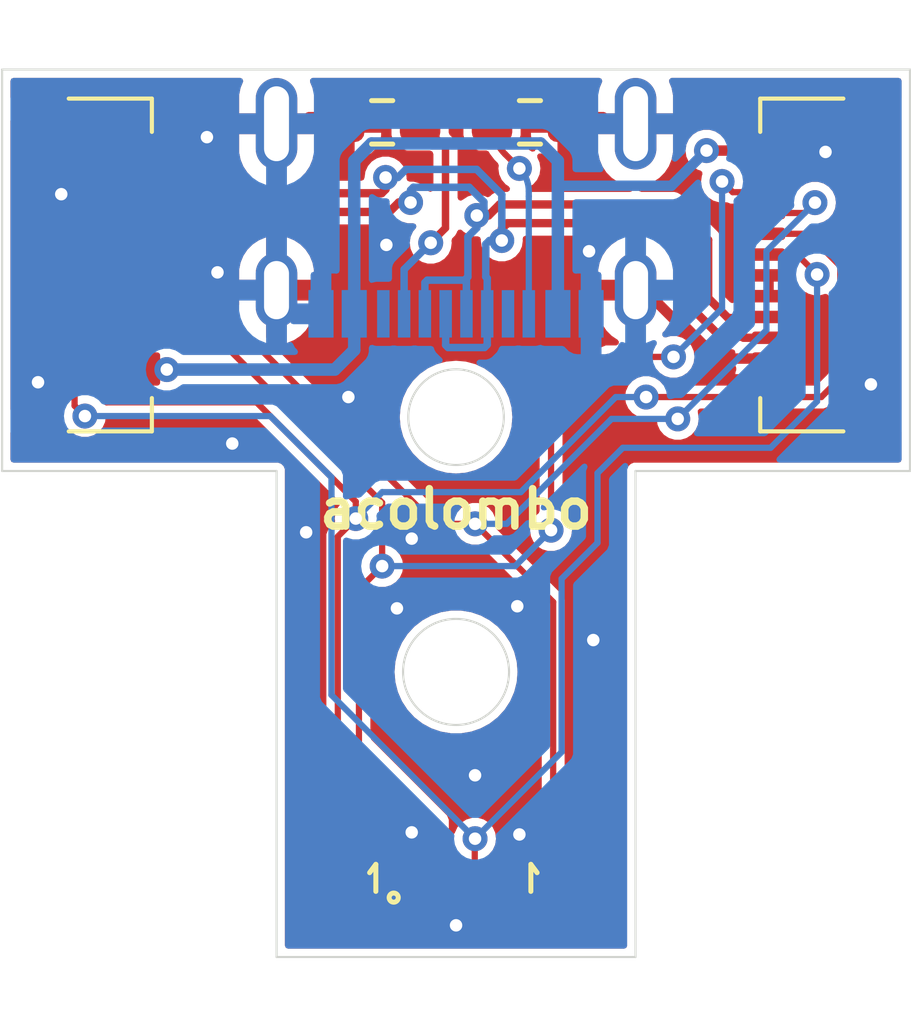
<source format=kicad_pcb>
(kicad_pcb (version 20240108) (generator "pcbnew") (generator_version "8.0")
  (layers (0 "F.Cu" signal) (31 "B.Cu" signal) (34 "B.Paste" user) (35 "F.Paste" user) (36 "B.SilkS" user "B.Silkscreen") (37 "F.SilkS" user "F.Silkscreen") (38 "B.Mask" user) (39 "F.Mask" user) (44 "Edge.Cuts" user))
  (net 0 "")
  (net 1 "GND")
  (net 2 "+5V")
  (net 3 "Net-(J4-CC2)")
  (net 4 "Net-(J4-CC1)")
  (net 5 "RED")
  (net 6 "ANODE")
  (net 7 "GREEN")
  (net 8 "BLUE")
  (net 9 "USBD+")
  (net 10 "USBD-")
  (footprint "Connector_Custom:FPC_Connector" (layer "F.Cu") (at 59.537 62.103 -90)
    (property "Reference" "J3" (hide yes))
    (property "Value" "Conn_01x12" (hide yes))
    (fp_line (start -4 1.8) (end -4 -0.2) (stroke (width 0.1)) (layer "F.SilkS"))
    (fp_line (start 4 1.8) (end 4 -0.2) (stroke (width 0.1)) (layer "F.SilkS"))
    (fp_line (start -4 -0.2) (end -3.2 -0.2) (stroke (width 0.1)) (layer "F.SilkS"))
    (fp_line (start 4 -0.2) (end 3.2 -0.2) (stroke (width 0.1)) (layer "F.SilkS"))
    (pad "" smd roundrect (at -3.75 2.5 270) (size 0.4 0.8) (layers "F.Cu" "F.Paste" "F.Mask"))
    (pad "" smd roundrect (at 3.75 2.5 270) (size 0.4 0.8) (layers "F.Cu" "F.Paste" "F.Mask"))
    (pad "1" smd roundrect (at -2.75 0 270) (size 0.3 0.8) (layers "F.Cu" "F.Paste" "F.Mask") (net 1 "GND"))
    (pad "2" smd roundrect (at -2.25 0 270) (size 0.3 0.8) (layers "F.Cu" "F.Paste" "F.Mask") (net 1 "GND"))
    (pad "3" smd roundrect (at -1.75 0 270) (size 0.3 0.8) (layers "F.Cu" "F.Paste" "F.Mask") (net 9 "USBD+"))
    (pad "4" smd roundrect (at -1.25 0 270) (size 0.3 0.8) (layers "F.Cu" "F.Paste" "F.Mask") (net 10 "USBD-"))
    (pad "5" smd roundrect (at -0.75 0 270) (size 0.3 0.8) (layers "F.Cu" "F.Paste" "F.Mask") (net 1 "GND"))
    (pad "6" smd roundrect (at -0.25 0 270) (size 0.3 0.8) (layers "F.Cu" "F.Paste" "F.Mask") (net 1 "GND"))
    (pad "7" smd roundrect (at 0.25 0 270) (size 0.3 0.8) (layers "F.Cu" "F.Paste" "F.Mask") (net 7 "GREEN"))
    (pad "8" smd roundrect (at 0.75 0 270) (size 0.3 0.8) (layers "F.Cu" "F.Paste" "F.Mask") (net 5 "RED"))
    (pad "9" smd roundrect (at 1.25 0 270) (size 0.3 0.8) (layers "F.Cu" "F.Paste" "F.Mask") (net 8 "BLUE"))
    (pad "10" smd roundrect (at 1.75 0 270) (size 0.3 0.8) (layers "F.Cu" "F.Paste" "F.Mask") (net 6 "ANODE"))
    (pad "11" smd roundrect (at 2.25 0 270) (size 0.3 0.8) (layers "F.Cu" "F.Paste" "F.Mask") (net 2 "+5V"))
    (pad "12" smd roundrect (at 2.75 0 270) (size 0.3 0.8) (layers "F.Cu" "F.Paste" "F.Mask") (net 2 "+5V"))
  )
  (footprint "Resistor_SMD:R_0603_1608Metric_Pad0.98x0.95mm_HandSolder" (layer "F.Cu") (at 65.278 58.674 180)
    (property "Reference" "R4" (hide yes))
    (property "Value" "5.1k")
    (fp_line (start -0.254724 0.5225) (end 0.254724 0.5225) (stroke (width 0.12)) (layer "F.SilkS"))
    (fp_line (start -0.254724 -0.5225) (end 0.254724 -0.5225) (stroke (width 0.12)) (layer "F.SilkS"))
    (pad "1" smd roundrect (at -0.9125 0 180) (size 0.975 0.95) (layers "F.Cu" "F.Paste" "F.Mask") (net 4 "Net-(J4-CC1)"))
    (pad "2" smd roundrect (at 0.9125 0 180) (size 0.975 0.95) (layers "F.Cu" "F.Paste" "F.Mask") (net 1 "GND"))
  )
  (footprint "Resistor_SMD:R_0603_1608Metric_Pad0.98x0.95mm_HandSolder" (layer "F.Cu") (at 68.834 58.674 180)
    (property "Reference" "R3" (hide yes))
    (property "Value" "5.1k")
    (fp_line (start -0.254724 0.5225) (end 0.254724 0.5225) (stroke (width 0.12)) (layer "F.SilkS"))
    (fp_line (start -0.254724 -0.5225) (end 0.254724 -0.5225) (stroke (width 0.12)) (layer "F.SilkS"))
    (pad "1" smd roundrect (at -0.9125 0 180) (size 0.975 0.95) (layers "F.Cu" "F.Paste" "F.Mask") (net 1 "GND"))
    (pad "2" smd roundrect (at 0.9125 0 180) (size 0.975 0.95) (layers "F.Cu" "F.Paste" "F.Mask") (net 3 "Net-(J4-CC2)"))
  )
  (footprint "LED_Custom:FM-3510RGBA-SG" (layer "F.Cu") (at 67.056 76.962)
    (property "Reference" "D1" (hide yes))
    (property "Value" "LED_RAGB")
    (fp_line (start -1.93 -0.45) (end -2.08 -0.25) (stroke (width 0.12)) (layer "F.SilkS"))
    (fp_line (start -1.93 0.2) (end -1.93 -0.45) (stroke (width 0.12)) (layer "F.SilkS"))
    (fp_line (start 1.8 -0.45) (end 1.95 -0.25) (stroke (width 0.12)) (layer "F.SilkS"))
    (fp_line (start 1.8 0.2) (end 1.8 -0.45) (stroke (width 0.12)) (layer "F.SilkS"))
    (fp_circle (center -1.5 0.35) (end -1.45 0.35) (stroke (width 0.12)) (fill none) (layer "F.SilkS"))
    (pad "1" smd rect (at -1.52 -0.085) (size 0.6 0.5) (layers "F.Cu" "F.Paste" "F.Mask") (net 5 "RED"))
    (pad "2" smd rect (at -0.45 0.04) (size 0.44 0.75) (layers "F.Cu" "F.Paste" "F.Mask") (net 6 "ANODE"))
    (pad "3" smd rect (at 0.45 0.04) (size 0.44 0.75) (layers "F.Cu" "F.Paste" "F.Mask") (net 7 "GREEN"))
    (pad "4" smd rect (at 1.4 -0.085) (size 0.6 0.5) (layers "F.Cu" "F.Paste" "F.Mask") (net 8 "BLUE"))
  )
  (footprint "Connector_Custom:FPC_Connector" (layer "F.Cu") (at 74.575 62.103 90)
    (property "Reference" "J2" (hide yes))
    (property "Value" "Conn_01x12" (hide yes))
    (fp_line (start 4 -0.2) (end 3.2 -0.2) (stroke (width 0.1)) (layer "F.SilkS"))
    (fp_line (start -4 -0.2) (end -3.2 -0.2) (stroke (width 0.1)) (layer "F.SilkS"))
    (fp_line (start 4 1.8) (end 4 -0.2) (stroke (width 0.1)) (layer "F.SilkS"))
    (fp_line (start -4 1.8) (end -4 -0.2) (stroke (width 0.1)) (layer "F.SilkS"))
    (pad "" smd roundrect (at -3.75 2.5 90) (size 0.4 0.8) (layers "F.Cu" "F.Paste" "F.Mask"))
    (pad "" smd roundrect (at 3.75 2.5 90) (size 0.4 0.8) (layers "F.Cu" "F.Paste" "F.Mask"))
    (pad "1" smd roundrect (at -2.75 0 90) (size 0.3 0.8) (layers "F.Cu" "F.Paste" "F.Mask") (net 1 "GND"))
    (pad "2" smd roundrect (at -2.25 0 90) (size 0.3 0.8) (layers "F.Cu" "F.Paste" "F.Mask") (net 1 "GND"))
    (pad "3" smd roundrect (at -1.75 0 90) (size 0.3 0.8) (layers "F.Cu" "F.Paste" "F.Mask") (net 9 "USBD+"))
    (pad "4" smd roundrect (at -1.25 0 90) (size 0.3 0.8) (layers "F.Cu" "F.Paste" "F.Mask") (net 10 "USBD-"))
    (pad "5" smd roundrect (at -0.75 0 90) (size 0.3 0.8) (layers "F.Cu" "F.Paste" "F.Mask") (net 1 "GND"))
    (pad "6" smd roundrect (at -0.25 0 90) (size 0.3 0.8) (layers "F.Cu" "F.Paste" "F.Mask") (net 1 "GND"))
    (pad "7" smd roundrect (at 0.25 0 90) (size 0.3 0.8) (layers "F.Cu" "F.Paste" "F.Mask") (net 7 "GREEN"))
    (pad "8" smd roundrect (at 0.75 0 90) (size 0.3 0.8) (layers "F.Cu" "F.Paste" "F.Mask") (net 5 "RED"))
    (pad "9" smd roundrect (at 1.25 0 90) (size 0.3 0.8) (layers "F.Cu" "F.Paste" "F.Mask") (net 8 "BLUE"))
    (pad "10" smd roundrect (at 1.75 0 90) (size 0.3 0.8) (layers "F.Cu" "F.Paste" "F.Mask") (net 6 "ANODE"))
    (pad "11" smd roundrect (at 2.25 0 90) (size 0.3 0.8) (layers "F.Cu" "F.Paste" "F.Mask") (net 2 "+5V"))
    (pad "12" smd roundrect (at 2.75 0 90) (size 0.3 0.8) (layers "F.Cu" "F.Paste" "F.Mask") (net 2 "+5V"))
  )
  (footprint "Connector_Custom:USB_C" (layer "B.Cu") (at 67.056 59.2328)
    (property "Reference" "J4" (hide yes))
    (property "Value" "USB_C_Receptacle_USB2.0_16P" (hide yes))
    (pad "A1" smd rect (at -3.25 4.045) (size 0.6 1.14) (layers "B.Cu" "B.Paste" "B.Mask") (net 1 "GND"))
    (pad "A4" smd rect (at -2.45 4.045) (size 0.6 1.14) (layers "B.Cu" "B.Paste" "B.Mask") (net 2 "+5V"))
    (pad "A5" smd rect (at -1.25 4.045) (size 0.3 1.14) (layers "B.Cu" "B.Paste" "B.Mask") (net 4 "Net-(J4-CC1)"))
    (pad "A6" smd rect (at -0.25 4.045) (size 0.3 1.14) (layers "B.Cu" "B.Paste" "B.Mask") (net 9 "USBD+"))
    (pad "A7" smd rect (at 0.25 4.045) (size 0.3 1.14) (layers "B.Cu" "B.Paste" "B.Mask") (net 10 "USBD-"))
    (pad "A8" smd rect (at 1.25 4.045) (size 0.3 1.14) (layers "B.Cu" "B.Paste" "B.Mask"))
    (pad "A9" smd rect (at 2.45 4.045) (size 0.6 1.14) (layers "B.Cu" "B.Paste" "B.Mask") (net 2 "+5V"))
    (pad "A12" smd rect (at 3.25 4.045) (size 0.6 1.14) (layers "B.Cu" "B.Paste" "B.Mask") (net 1 "GND"))
    (pad "B1" smd rect (at 3.25 4.045) (size 0.6 1.14) (layers "B.Cu" "B.Paste" "B.Mask") (net 1 "GND"))
    (pad "B4" smd rect (at 2.45 4.045) (size 0.6 1.14) (layers "B.Cu" "B.Paste" "B.Mask") (net 2 "+5V"))
    (pad "B5" smd rect (at 1.75 4.045) (size 0.3 1.14) (layers "B.Cu" "B.Paste" "B.Mask") (net 3 "Net-(J4-CC2)"))
    (pad "B6" smd rect (at 0.75 4.045) (size 0.3 1.14) (layers "B.Cu" "B.Paste" "B.Mask") (net 9 "USBD+"))
    (pad "B7" smd rect (at -0.75 4.045) (size 0.3 1.14) (layers "B.Cu" "B.Paste" "B.Mask") (net 10 "USBD-"))
    (pad "B8" smd rect (at -1.75 4.045) (size 0.3 1.14) (layers "B.Cu" "B.Paste" "B.Mask"))
    (pad "B9" smd rect (at -2.45 4.045) (size 0.6 1.14) (layers "B.Cu" "B.Paste" "B.Mask") (net 2 "+5V"))
    (pad "B12" smd rect (at -3.25 4.045) (size 0.6 1.14) (layers "B.Cu" "B.Paste" "B.Mask") (net 1 "GND"))
    (pad "S1" thru_hole oval (at -4.32 -0.525) (size 1 2.2) (drill oval 0.6 1.8) (layers "*.Cu" "*.Mask") (net 1 "GND"))
    (pad "S1" thru_hole oval (at -4.32 3.475) (size 1 1.8) (drill oval 0.6 1.4) (layers "*.Cu" "*.Mask") (net 1 "GND"))
    (pad "S1" thru_hole oval (at 4.32 -0.525) (size 1 2.2) (drill oval 0.6 1.8) (layers "*.Cu" "*.Mask") (net 1 "GND"))
    (pad "S1" thru_hole oval (at 4.32 3.475) (size 1 1.8) (drill oval 0.6 1.4) (layers "*.Cu" "*.Mask") (net 1 "GND"))
  )
  (gr_line (start 62.738 67.056) (end 62.738 78.74) (stroke (width 0.05)) (layer "Edge.Cuts"))
  (gr_circle (center 67.056 71.886226) (end 68.331 71.886226) (stroke (width 0.05)) (fill none) (layer "Edge.Cuts"))
  (gr_line (start 77.978 67.056) (end 77.978 57.404) (stroke (width 0.05)) (layer "Edge.Cuts"))
  (gr_line (start 62.738 67.056) (end 56.134 67.056) (stroke (width 0.05)) (layer "Edge.Cuts"))
  (gr_line (start 56.134 67.056) (end 56.134 57.404) (stroke (width 0.05)) (layer "Edge.Cuts"))
  (gr_line (start 77.978 67.056) (end 71.374 67.056) (stroke (width 0.05)) (layer "Edge.Cuts"))
  (gr_line (start 77.978 57.404) (end 56.134 57.404) (stroke (width 0.05)) (layer "Edge.Cuts"))
  (gr_line (start 62.738 78.74) (end 71.374 78.74) (stroke (width 0.05)) (layer "Edge.Cuts"))
  (gr_circle (center 67.056 65.761226) (end 68.206 65.761226) (stroke (width 0.05)) (fill none) (layer "Edge.Cuts"))
  (gr_line (start 71.374 78.74) (end 71.374 67.056) (stroke (width 0.05)) (layer "Edge.Cuts"))
  (gr_text "acolombo" (at 67.056 68.5 0) (layer "F.SilkS") (effects (font (size 0.9 0.9) (bold yes)) (justify bottom)))
  (segment (start 75.1518 64.853) (end 75.2454 64.7594) (width 0.25) (layer "F.Cu") (net 1))
  (segment (start 74.575 62.353) (end 74.175001 62.353) (width 0.25) (layer "F.Cu") (net 1))
  (segment (start 59.537 61.353) (end 60.845 61.353) (width 0.25) (layer "F.Cu") (net 1))
  (segment (start 74.575 64.853) (end 75.1518 64.853) (width 0.25) (layer "F.Cu") (net 1))
  (segment (start 73.9274 62.853) (end 73.5584 62.484) (width 0.25) (layer "F.Cu") (net 1))
  (segment (start 74.575 62.353) (end 74.1386 62.353) (width 0.25) (layer "F.Cu") (net 1))
  (segment (start 59.537 59.353) (end 60.7382 59.353) (width 0.25) (layer "F.Cu") (net 1))
  (segment (start 75.25 64.3484) (end 75.25 63.128001) (width 0.25) (layer "F.Cu") (net 1))
  (segment (start 60.7382 59.353) (end 61.0616 59.0296) (width 0.25) (layer "F.Cu") (net 1))
  (segment (start 59.537 61.353) (end 59.537 61.853) (width 0.25) (layer "F.Cu") (net 1))
  (segment (start 59.537 59.353) (end 59.537 59.853) (width 0.25) (layer "F.Cu") (net 1))
  (segment (start 74.974999 62.853) (end 74.575 62.853) (width 0.25) (layer "F.Cu") (net 1))
  (segment (start 59.537 61.853) (end 58.289 61.853) (width 0.25) (layer "F.Cu") (net 1))
  (segment (start 59.537 61.353) (end 58.674 61.353) (width 0.25) (layer "F.Cu") (net 1))
  (segment (start 59.537 59.853) (end 58.1766 59.853) (width 0.25) (layer "F.Cu") (net 1))
  (segment (start 59.537 61.853) (end 60.7354 61.853) (width 0.25) (layer "F.Cu") (net 1))
  (segment (start 74.575 64.853) (end 73.5076 64.853) (width 0.25) (layer "F.Cu") (net 1))
  (segment (start 74.575 62.853) (end 73.9274 62.853) (width 0.25) (layer "F.Cu") (net 1))
  (segment (start 59.537 59.353) (end 58.2862 59.353) (width 0.25) (layer "F.Cu") (net 1))
  (segment (start 74.575 62.353) (end 74.575 62.853) (width 0.25) (layer "F.Cu") (net 1))
  (segment (start 75.2454 64.7594) (end 75.2454 64.353) (width 0.25) (layer "F.Cu") (net 1))
  (segment (start 73.6092 61.787199) (end 73.6092 61.7728) (width 0.25) (layer "F.Cu") (net 1))
  (segment (start 74.575 64.353) (end 73.2642 64.353) (width 0.25) (layer "F.Cu") (net 1))
  (segment (start 75.25 63.128001) (end 74.974999 62.853) (width 0.25) (layer "F.Cu") (net 1))
  (segment (start 74.575 64.353) (end 75.2454 64.353) (width 0.25) (layer "F.Cu") (net 1))
  (segment (start 59.537 59.853) (end 60.797 59.853) (width 0.25) (layer "F.Cu") (net 1))
  (segment (start 71.5978 62.7078) (end 72.5424 63.6524) (width 0.25) (layer "F.Cu") (net 1))
  (segment (start 74.175001 62.353) (end 73.6092 61.787199) (width 0.25) (layer "F.Cu") (net 1))
  (segment (start 75.2454 64.353) (end 75.25 64.3484) (width 0.25) (layer "F.Cu") (net 1))
  (segment (start 71.376 62.7078) (end 71.5978 62.7078) (width 0.25) (layer "F.Cu") (net 1))
  (via (at 61.0616 59.0296) (size 0.6) (drill 0.3) (layers "F.Cu" "B.Cu") (net 1))
  (via (at 67.5132 74.3712) (size 0.6) (drill 0.3) (layers "F.Cu" "B.Cu") (net 1))
  (via (at 65.9892 68.6816) (size 0.6) (drill 0.3) (layers "F.Cu" "B.Cu") (net 1))
  (via (at 68.5292 70.3072) (size 0.6) (drill 0.3) (layers "F.Cu" "B.Cu") (net 1))
  (via (at 61.3156 62.2808) (size 0.6) (drill 0.3) (layers "F.Cu" "B.Cu") (net 1))
  (via (at 56.9976 64.9224) (size 0.6) (drill 0.3) (layers "F.Cu" "B.Cu") (net 1))
  (via (at 67.056 77.978) (size 0.6) (drill 0.3) (layers "F.Cu" "B.Cu") (net 1))
  (via (at 77.0382 64.9732) (size 0.6) (drill 0.3) (layers "F.Cu" "B.Cu") (net 1))
  (via (at 65.3796 61.6204) (size 0.6) (drill 0.3) (layers "F.Cu" "B.Cu") (net 1))
  (via (at 65.9892 75.7428) (size 0.6) (drill 0.3) (layers "F.Cu" "B.Cu") (net 1))
  (via (at 63.4492 68.5292) (size 0.6) (drill 0.3) (layers "F.Cu" "B.Cu") (net 1))
  (via (at 64.4652 65.278) (size 0.6) (drill 0.3) (layers "F.Cu" "B.Cu") (net 1))
  (via (at 57.5564 60.4012) (size 0.6) (drill 0.3) (layers "F.Cu" "B.Cu") (net 1))
  (via (at 70.358 71.12) (size 0.6) (drill 0.3) (layers "F.Cu" "B.Cu") (net 1))
  (via (at 75.946 59.3852) (size 0.6) (drill 0.3) (layers "F.Cu" "B.Cu") (net 1))
  (via (at 65.6336 70.358) (size 0.6) (drill 0.3) (layers "F.Cu" "B.Cu") (net 1))
  (via (at 68.58 75.7936) (size 0.6) (drill 0.3) (layers "F.Cu" "B.Cu") (net 1))
  (via (at 70.2564 61.7728) (size 0.6) (drill 0.3) (layers "F.Cu" "B.Cu") (net 1))
  (via (at 61.6712 66.3956) (size 0.6) (drill 0.3) (layers "F.Cu" "B.Cu") (net 1))
  (segment (start 74.575 59.853) (end 74.575 59.353) (width 0.25) (layer "F.Cu") (net 2))
  (segment (start 60.0964 64.6176) (end 59.8016 64.6176) (width 0.3) (layer "F.Cu") (net 2))
  (segment (start 59.8016 64.6176) (end 59.537 64.353) (width 0.3) (layer "F.Cu") (net 2))
  (segment (start 73.0826 59.353) (end 74.575 59.353) (width 0.25) (layer "F.Cu") (net 2))
  (segment (start 59.7724 64.6176) (end 59.537 64.853) (width 0.3) (layer "F.Cu") (net 2))
  (segment (start 60.0964 64.6176) (end 59.7724 64.6176) (width 0.3) (layer "F.Cu") (net 2))
  (via (at 73.0826 59.353) (size 0.6) (drill 0.3) (layers "F.Cu" "B.Cu") (net 2))
  (via (at 60.0964 64.6176) (size 0.6) (drill 0.3) (layers "F.Cu" "B.Cu") (net 2))
  (segment (start 60.0964 64.6176) (end 64.1362 64.6176) (width 0.3) (layer "B.Cu") (net 2))
  (segment (start 69.506 60.198) (end 69.506 59.6) (width 0.3) (layer "B.Cu") (net 2))
  (segment (start 64.606 59.6) (end 64.606 63.2778) (width 0.3) (layer "B.Cu") (net 2))
  (segment (start 64.1362 64.6176) (end 64.606 64.1478) (width 0.3) (layer "B.Cu") (net 2))
  (segment (start 69.506 59.6) (end 69.088 59.182) (width 0.3) (layer "B.Cu") (net 2))
  (segment (start 73.0826 59.353) (end 72.2376 60.198) (width 0.25) (layer "B.Cu") (net 2))
  (segment (start 72.2376 60.198) (end 69.506 60.198) (width 0.25) (layer "B.Cu") (net 2))
  (segment (start 69.506 63.2778) (end 69.506 60.198) (width 0.3) (layer "B.Cu") (net 2))
  (segment (start 64.606 64.1478) (end 64.606 63.2778) (width 0.3) (layer "B.Cu") (net 2))
  (segment (start 69.088 59.182) (end 65.024 59.182) (width 0.3) (layer "B.Cu") (net 2))
  (segment (start 65.024 59.182) (end 64.606 59.6) (width 0.3) (layer "B.Cu") (net 2))
  (segment (start 68.58 59.782) (end 68.239345 59.441345) (width 0.15) (layer "F.Cu") (net 3))
  (via (at 68.58 59.782) (size 0.6) (drill 0.3) (layers "F.Cu" "B.Cu") (net 3))
  (arc (start 68.239345 59.441345) (mid 68.004105 59.089284) (end 67.9215 58.674) (width 0.15) (layer "F.Cu") (net 3))
  (segment (start 68.806 60.452) (end 68.806 60.327612) (width 0.15) (layer "B.Cu") (net 3))
  (segment (start 68.806 63.2778) (end 68.806 60.452) (width 0.15) (layer "B.Cu") (net 3))
  (arc (start 68.806 60.327612) (mid 68.747265 60.032329) (end 68.58 59.782) (width 0.15) (layer "B.Cu") (net 3))
  (segment (start 66.802 61.214) (end 66.802 59.2855) (width 0.18) (layer "F.Cu") (net 4))
  (segment (start 66.802 59.2855) (end 66.1905 58.674) (width 0.18) (layer "F.Cu") (net 4))
  (segment (start 66.4464 61.5696) (end 66.802 61.214) (width 0.18) (layer "F.Cu") (net 4))
  (via (at 66.4464 61.5696) (size 0.6) (drill 0.3) (layers "F.Cu" "B.Cu") (net 4))
  (segment (start 66.4464 61.5696) (end 65.806 62.21) (width 0.18) (layer "B.Cu") (net 4))
  (segment (start 65.806 62.21) (end 65.806 63.2778) (width 0.18) (layer "B.Cu") (net 4))
  (segment (start 76.3016 64.8208) (end 76.3016 62.1284) (width 0.15) (layer "F.Cu") (net 5))
  (segment (start 58.6486 65.405) (end 58.3184 65.0748) (width 0.15) (layer "F.Cu") (net 5))
  (segment (start 58.3184 65.0748) (end 58.3184 63.1952) (width 0.15) (layer "F.Cu") (net 5))
  (segment (start 64.2112 68.6308) (end 64.2112 74.8284) (width 0.15) (layer "F.Cu") (net 5))
  (segment (start 76.3016 62.1284) (end 75.5262 61.353) (width 0.15) (layer "F.Cu") (net 5))
  (segment (start 65.536 76.1532) (end 65.536 76.877) (width 0.15) (layer "F.Cu") (net 5))
  (segment (start 75.5262 61.353) (end 74.575 61.353) (width 0.15) (layer "F.Cu") (net 5))
  (segment (start 58.3184 63.1952) (end 58.6606 62.853) (width 0.15) (layer "F.Cu") (net 5))
  (segment (start 64.2112 74.8284) (end 65.536 76.1532) (width 0.15) (layer "F.Cu") (net 5))
  (segment (start 64.643 67.7926) (end 62.2554 65.405) (width 0.15) (layer "F.Cu") (net 5))
  (segment (start 62.2554 65.405) (end 58.6486 65.405) (width 0.15) (layer "F.Cu") (net 5))
  (segment (start 58.6606 62.853) (end 59.537 62.853) (width 0.15) (layer "F.Cu") (net 5))
  (segment (start 71.628 65.278) (end 75.8444 65.278) (width 0.15) (layer "F.Cu") (net 5))
  (segment (start 64.643 68.199) (end 64.643 67.7926) (width 0.15) (layer "F.Cu") (net 5))
  (segment (start 75.8444 65.278) (end 76.3016 64.8208) (width 0.15) (layer "F.Cu") (net 5))
  (segment (start 64.643 68.199) (end 64.2112 68.6308) (width 0.15) (layer "F.Cu") (net 5))
  (via (at 64.643 68.199) (size 0.6) (drill 0.3) (layers "F.Cu" "B.Cu") (net 5))
  (via (at 71.628 65.278) (size 0.6) (drill 0.3) (layers "F.Cu" "B.Cu") (net 5))
  (segment (start 70.898936 65.278) (end 71.628 65.278) (width 0.15) (layer "B.Cu") (net 5))
  (segment (start 64.643 68.199) (end 65.278 67.564) (width 0.15) (layer "B.Cu") (net 5))
  (segment (start 65.278 67.564) (end 68.612936 67.564) (width 0.15) (layer "B.Cu") (net 5))
  (segment (start 68.612936 67.564) (end 70.898936 65.278) (width 0.15) (layer "B.Cu") (net 5))
  (segment (start 65.278 69.342) (end 64.7192 69.9008) (width 0.15) (layer "F.Cu") (net 6))
  (segment (start 65.278 67.818) (end 65.278 69.342) (width 0.15) (layer "F.Cu") (net 6))
  (segment (start 61.313 63.853) (end 65.278 67.818) (width 0.15) (layer "F.Cu") (net 6))
  (segment (start 64.7192 69.9008) (end 64.7192 73.6092) (width 0.15) (layer "F.Cu") (net 6))
  (segment (start 66.606 75.496) (end 66.606 77.002) (width 0.15) (layer "F.Cu") (net 6))
  (segment (start 70.7136 64.3128) (end 69.6468 65.3796) (width 0.15) (layer "F.Cu") (net 6))
  (segment (start 73.7134 60.353) (end 73.4568 60.0964) (width 0.15) (layer "F.Cu") (net 6))
  (segment (start 64.7192 73.6092) (end 66.606 75.496) (width 0.15) (layer "F.Cu") (net 6))
  (segment (start 69.342 65.6844) (end 69.342 68.4784) (width 0.15) (layer "F.Cu") (net 6))
  (segment (start 74.575 60.353) (end 73.7134 60.353) (width 0.15) (layer "F.Cu") (net 6))
  (segment (start 59.537 63.853) (end 61.313 63.853) (width 0.15) (layer "F.Cu") (net 6))
  (segment (start 72.2884 64.3128) (end 70.7136 64.3128) (width 0.15) (layer "F.Cu") (net 6))
  (segment (start 69.6468 65.3796) (end 69.342 65.6844) (width 0.15) (layer "F.Cu") (net 6))
  (via (at 65.278 69.342) (size 0.6) (drill 0.3) (layers "F.Cu" "B.Cu") (net 6))
  (via (at 73.4568 60.0964) (size 0.6) (drill 0.3) (layers "F.Cu" "B.Cu") (net 6))
  (via (at 72.2884 64.3128) (size 0.6) (drill 0.3) (layers "F.Cu" "B.Cu") (net 6))
  (via (at 69.342 68.4784) (size 0.6) (drill 0.3) (layers "F.Cu" "B.Cu") (net 6))
  (segment (start 73.4568 60.0964) (end 73.4568 63.1444) (width 0.15) (layer "B.Cu") (net 6))
  (segment (start 73.4568 63.1444) (end 72.2884 64.3128) (width 0.15) (layer "B.Cu") (net 6))
  (segment (start 68.4784 69.342) (end 69.342 68.4784) (width 0.15) (layer "B.Cu") (net 6))
  (segment (start 65.278 69.342) (end 68.4784 69.342) (width 0.15) (layer "B.Cu") (net 6))
  (segment (start 58.3478 62.353) (end 59.537 62.353) (width 0.15) (layer "F.Cu") (net 7))
  (segment (start 57.877254 65.486553) (end 57.877254 62.823546) (width 0.15) (layer "F.Cu") (net 7))
  (segment (start 67.506 75.9024) (end 67.5132 75.8952) (width 0.15) (layer "F.Cu") (net 7))
  (segment (start 57.877254 62.823546) (end 58.3478 62.353) (width 0.15) (layer "F.Cu") (net 7))
  (segment (start 67.506 77.08) (end 67.506 77.002) (width 0.15) (layer "F.Cu") (net 7))
  (segment (start 75.2642 61.853) (end 75.7428 62.3316) (width 0.15) (layer "F.Cu") (net 7))
  (segment (start 67.506 77.002) (end 67.506 75.9024) (width 0.15) (layer "F.Cu") (net 7))
  (segment (start 58.125901 65.7352) (end 57.877254 65.486553) (width 0.15) (layer "F.Cu") (net 7))
  (segment (start 74.575 61.853) (end 75.2642 61.853) (width 0.15) (layer "F.Cu") (net 7))
  (via (at 58.125901 65.7352) (size 0.6) (drill 0.3) (layers "F.Cu" "B.Cu") (net 7))
  (via (at 67.5132 75.8952) (size 0.6) (drill 0.3) (layers "F.Cu" "B.Cu") (net 7))
  (via (at 75.7428 62.3316) (size 0.6) (drill 0.3) (layers "F.Cu" "B.Cu") (net 7))
  (segment (start 75.7428 65.3796) (end 74.6252 66.4972) (width 0.15) (layer "B.Cu") (net 7))
  (segment (start 74.6252 66.4972) (end 71.0692 66.4972) (width 0.15) (layer "B.Cu") (net 7))
  (segment (start 58.125901 65.7352) (end 62.5856 65.7352) (width 0.15) (layer "B.Cu") (net 7))
  (segment (start 69.596 69.6468) (end 69.596 73.8124) (width 0.15) (layer "B.Cu") (net 7))
  (segment (start 70.4596 68.7832) (end 69.596 69.6468) (width 0.15) (layer "B.Cu") (net 7))
  (segment (start 69.596 73.8124) (end 67.5132 75.8952) (width 0.15) (layer "B.Cu") (net 7))
  (segment (start 75.7428 62.3316) (end 75.7428 65.3796) (width 0.15) (layer "B.Cu") (net 7))
  (segment (start 64.0588 67.2084) (end 64.0588 72.4408) (width 0.15) (layer "B.Cu") (net 7))
  (segment (start 71.0692 66.4972) (end 70.4596 67.1068) (width 0.15) (layer "B.Cu") (net 7))
  (segment (start 70.4596 67.1068) (end 70.4596 68.7832) (width 0.15) (layer "B.Cu") (net 7))
  (segment (start 62.5856 65.7352) (end 64.0588 67.2084) (width 0.15) (layer "B.Cu") (net 7))
  (segment (start 64.0588 72.4408) (end 67.5132 75.8952) (width 0.15) (layer "B.Cu") (net 7))
  (segment (start 75.692 60.6044) (end 75.4434 60.853) (width 0.15) (layer "F.Cu") (net 8))
  (segment (start 69.3928 70.2056) (end 69.3928 75.9402) (width 0.15) (layer "F.Cu") (net 8))
  (segment (start 61.575 63.353) (end 59.537 63.353) (width 0.15) (layer "F.Cu") (net 8))
  (segment (start 67.5132 68.326) (end 66.548 68.326) (width 0.15) (layer "F.Cu") (net 8))
  (segment (start 66.548 68.326) (end 61.575 63.353) (width 0.15) (layer "F.Cu") (net 8))
  (segment (start 69.3928 75.9402) (end 68.456 76.877) (width 0.15) (layer "F.Cu") (net 8))
  (segment (start 67.5132 68.326) (end 69.3928 70.2056) (width 0.15) (layer "F.Cu") (net 8))
  (segment (start 75.4434 60.853) (end 74.575 60.853) (width 0.15) (layer "F.Cu") (net 8))
  (via (at 75.692 60.6044) (size 0.6) (drill 0.3) (layers "F.Cu" "B.Cu") (net 8))
  (via (at 72.39 65.803) (size 0.6) (drill 0.3) (layers "F.Cu" "B.Cu") (net 8))
  (via (at 67.5132 68.326) (size 0.6) (drill 0.3) (layers "F.Cu" "B.Cu") (net 8))
  (segment (start 72.39 65.803) (end 72.367009 65.803) (width 0.15) (layer "B.Cu") (net 8))
  (segment (start 67.5132 68.326) (end 68.2752 68.326) (width 0.15) (layer "B.Cu") (net 8))
  (segment (start 74.5236 62.1284) (end 74.5236 61.7728) (width 0.15) (layer "B.Cu") (net 8))
  (segment (start 70.7982 65.803) (end 72.39 65.803) (width 0.15) (layer "B.Cu") (net 8))
  (segment (start 68.2752 68.326) (end 70.7982 65.803) (width 0.15) (layer "B.Cu") (net 8))
  (segment (start 74.5236 61.7728) (end 75.692 60.6044) (width 0.15) (layer "B.Cu") (net 8))
  (segment (start 72.39 65.803) (end 74.5236 63.6694) (width 0.15) (layer "B.Cu") (net 8))
  (segment (start 74.5236 63.6694) (end 74.5236 62.1284) (width 0.15) (layer "B.Cu") (net 8))
  (segment (start 73.974999 63.853) (end 74.575 63.853) (width 0.2) (layer "F.Cu") (net 9))
  (segment (start 68.290192 61.098007) (end 72.082807 61.098007) (width 0.2) (layer "F.Cu") (net 9))
  (segment (start 72.673 63.0852) (end 73.4158 63.828) (width 0.2) (layer "F.Cu") (net 9))
  (segment (start 72.082807 61.098007) (end 72.673 61.6882) (width 0.2) (layer "F.Cu") (net 9))
  (segment (start 73.949999 63.828) (end 73.974999 63.853) (width 0.2) (layer "F.Cu") (net 9))
  (segment (start 60.162001 60.378) (end 65.264257 60.378) (width 0.2) (layer "F.Cu") (net 9))
  (segment (start 65.360335 60.281922) (end 65.360335 59.999079) (width 0.2) (layer "F.Cu") (net 9))
  (segment (start 72.673 61.6882) (end 72.673 63.0852) (width 0.2) (layer "F.Cu") (net 9))
  (segment (start 73.4158 63.828) (end 73.949999 63.828) (width 0.2) (layer "F.Cu") (net 9))
  (segment (start 59.537 60.353) (end 60.137001 60.353) (width 0.2) (layer "F.Cu") (net 9))
  (segment (start 68.156521 61.231678) (end 68.290192 61.098007) (width 0.2) (layer "F.Cu") (net 9))
  (segment (start 68.156521 61.514521) (end 68.156521 61.231678) (width 0.2) (layer "F.Cu") (net 9))
  (segment (start 60.137001 60.353) (end 60.162001 60.378) (width 0.2) (layer "F.Cu") (net 9))
  (segment (start 65.264257 60.378) (end 65.360335 60.281922) (width 0.2) (layer "F.Cu") (net 9))
  (via (at 68.156521 61.514521) (size 0.6) (drill 0.3) (layers "F.Cu" "B.Cu") (net 9))
  (via (at 65.360335 59.999079) (size 0.6) (drill 0.3) (layers "F.Cu" "B.Cu") (net 9))
  (segment (start 66.866 64.0878) (end 67.7382 64.0878) (width 0.18) (layer "B.Cu") (net 9))
  (segment (start 68.156521 61.514521) (end 68.156521 60.410265) (width 0.18) (layer "B.Cu") (net 9))
  (segment (start 67.806 62.422799) (end 67.771 62.387799) (width 0.18) (layer "B.Cu") (net 9))
  (segment (start 67.806 63.2778) (end 67.806 62.422799) (width 0.18) (layer "B.Cu") (net 9))
  (segment (start 66.806 64.0278) (end 66.866 64.0878) (width 0.18) (layer "B.Cu") (net 9))
  (segment (start 68.156521 60.410265) (end 67.551456 59.8052) (width 0.18) (layer "B.Cu") (net 9))
  (segment (start 67.859535 61.514521) (end 68.156521 61.514521) (width 0.18) (layer "B.Cu") (net 9))
  (segment (start 65.657321 59.999079) (end 65.360335 59.999079) (width 0.18) (layer "B.Cu") (net 9))
  (segment (start 66.806 63.2778) (end 66.806 64.0278) (width 0.18) (layer "B.Cu") (net 9))
  (segment (start 67.551456 59.8052) (end 65.8512 59.8052) (width 0.18) (layer "B.Cu") (net 9))
  (segment (start 65.8512 59.8052) (end 65.657321 59.999079) (width 0.18) (layer "B.Cu") (net 9))
  (segment (start 67.771 61.603056) (end 67.859535 61.514521) (width 0.18) (layer "B.Cu") (net 9))
  (segment (start 67.806 64.02) (end 67.806 63.2778) (width 0.18) (layer "B.Cu") (net 9))
  (segment (start 67.771 62.387799) (end 67.771 61.603056) (width 0.18) (layer "B.Cu") (net 9))
  (segment (start 67.7382 64.0878) (end 67.806 64.02) (width 0.18) (layer "B.Cu") (net 9))
  (segment (start 65.450655 60.828) (end 65.678534 60.600121) (width 0.2) (layer "F.Cu") (net 10))
  (segment (start 73.123 62.8988) (end 73.6022 63.378) (width 0.2) (layer "F.Cu") (net 10))
  (segment (start 73.949999 63.378) (end 73.974999 63.353) (width 0.2) (layer "F.Cu") (net 10))
  (segment (start 65.678534 60.600121) (end 65.961377 60.600121) (width 0.2) (layer "F.Cu") (net 10))
  (segment (start 60.162001 60.828) (end 65.450655 60.828) (width 0.2) (layer "F.Cu") (net 10))
  (segment (start 67.838322 60.913479) (end 68.103794 60.648007) (width 0.2) (layer "F.Cu") (net 10))
  (segment (start 72.269207 60.648007) (end 73.123 61.5018) (width 0.2) (layer "F.Cu") (net 10))
  (segment (start 67.555479 60.913479) (end 67.838322 60.913479) (width 0.2) (layer "F.Cu") (net 10))
  (segment (start 60.137001 60.853) (end 60.162001 60.828) (width 0.2) (layer "F.Cu") (net 10))
  (segment (start 73.6022 63.378) (end 73.949999 63.378) (width 0.2) (layer "F.Cu") (net 10))
  (segment (start 59.537 60.853) (end 60.137001 60.853) (width 0.2) (layer "F.Cu") (net 10))
  (segment (start 73.123 61.5018) (end 73.123 62.8988) (width 0.2) (layer "F.Cu") (net 10))
  (segment (start 68.103794 60.648007) (end 72.269207 60.648007) (width 0.2) (layer "F.Cu") (net 10))
  (segment (start 73.974999 63.353) (end 74.575 63.353) (width 0.2) (layer "F.Cu") (net 10))
  (via (at 67.555479 60.913479) (size 0.6) (drill 0.3) (layers "F.Cu" "B.Cu") (net 10))
  (via (at 65.961377 60.600121) (size 0.6) (drill 0.3) (layers "F.Cu" "B.Cu") (net 10))
  (segment (start 67.341 61.424944) (end 67.555479 61.210465) (width 0.18) (layer "B.Cu") (net 10))
  (segment (start 67.306 62.5278) (end 67.246 62.4678) (width 0.18) (layer "B.Cu") (net 10))
  (segment (start 67.306 62.422799) (end 67.341 62.387799) (width 0.18) (layer "B.Cu") (net 10))
  (segment (start 67.555479 61.210465) (end 67.555479 60.913479) (width 0.18) (layer "B.Cu") (net 10))
  (segment (start 66.029312 60.2352) (end 65.961377 60.303135) (width 0.18) (layer "B.Cu") (net 10))
  (segment (start 66.366 62.4678) (end 66.306 62.5278) (width 0.18) (layer "B.Cu") (net 10))
  (segment (start 67.306 63.2778) (end 67.306 62.422799) (width 0.18) (layer "B.Cu") (net 10))
  (segment (start 67.726521 60.742437) (end 67.726521 60.588377) (width 0.18) (layer "B.Cu") (net 10))
  (segment (start 67.555479 60.913479) (end 67.726521 60.742437) (width 0.18) (layer "B.Cu") (net 10))
  (segment (start 67.341 62.387799) (end 67.341 61.424944) (width 0.18) (layer "B.Cu") (net 10))
  (segment (start 65.961377 60.303135) (end 65.961377 60.600121) (width 0.18) (layer "B.Cu") (net 10))
  (segment (start 67.306 63.2778) (end 67.306 62.5278) (width 0.18) (layer "B.Cu") (net 10))
  (segment (start 67.726521 60.588377) (end 67.373344 60.2352) (width 0.18) (layer "B.Cu") (net 10))
  (segment (start 66.306 62.5278) (end 66.306 63.2778) (width 0.18) (layer "B.Cu") (net 10))
  (segment (start 67.373344 60.2352) (end 66.029312 60.2352) (width 0.18) (layer "B.Cu") (net 10))
  (segment (start 67.246 62.4678) (end 66.366 62.4678) (width 0.18) (layer "B.Cu") (net 10))
  (zone (net 1) (net_name "GND") (layers "F&B.Cu") (connect_pads (clearance 0.2)) (min_thickness 0.15) (fill yes (thermal_gap 0.4) (thermal_bridge_width 0.5))
    (polygon (pts (xy 56.134 57.404) (xy 77.978 57.404) (xy 77.978 67.056) (xy 71.374 67.056) (xy 71.374 78.74) (xy 62.738 78.74) (xy 62.738 67.056) (xy 56.134 67.056)))
  )
)
</source>
